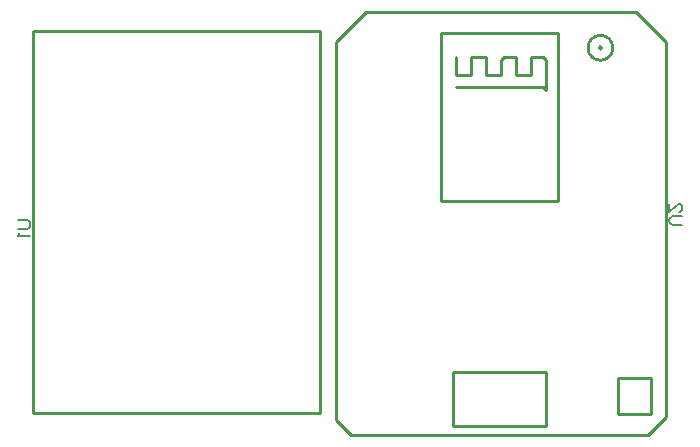
<source format=gbo>
G04 Layer: BottomSilkLayer*
G04 EasyEDA v6.1.52, Sun, 13 Oct 2019 16:49:43 GMT*
G04 017f6ad9517e406d9769b934d1664338,d60483f80e02402a9409f1f04c283df6,10*
G04 Gerber Generator version 0.2*
G04 Scale: 100 percent, Rotated: No, Reflected: No *
G04 Dimensions in millimeters *
G04 leading zeros omitted , absolute positions ,3 integer and 3 decimal *
%FSLAX33Y33*%
%MOMM*%
G90*
G71D02*

%ADD10C,0.254000*%
%ADD24C,0.152400*%

%LPD*%
G54D10*
G01X56388Y4699D02*
G01X56388Y36449D01*
G01X53848Y38989D01*
G01X30988Y38989D01*
G01X28448Y36449D01*
G01X28448Y4445D01*
G01X29718Y3175D01*
G01X54864Y3175D01*
G01X56388Y4699D01*
G01X46228Y3937D02*
G01X46228Y8509D01*
G01X38354Y8509D01*
G01X38354Y3937D01*
G01X46228Y3937D01*
G01X55118Y4953D02*
G01X55118Y8001D01*
G01X52324Y8001D01*
G01X52324Y4953D01*
G01X55118Y4953D01*
G01X38608Y32639D02*
G01X45974Y32639D01*
G01X46228Y32385D01*
G01X46228Y34925D01*
G01X45974Y35179D01*
G01X44958Y35179D01*
G01X44958Y33655D01*
G01X43688Y33655D01*
G01X43688Y35179D01*
G01X42672Y35179D01*
G01X42418Y34925D01*
G01X42418Y33655D01*
G01X41148Y33655D01*
G01X41148Y35179D01*
G01X39878Y35179D01*
G01X39878Y33655D01*
G01X38608Y33655D01*
G01X38608Y35179D01*
G01X47244Y22987D02*
G01X47244Y37211D01*
G01X37338Y37211D01*
G01X37338Y22987D01*
G01X47244Y22987D01*
G01X2794Y37338D02*
G01X2794Y5038D01*
G01X27093Y5038D01*
G01X27093Y37338D01*
G01X2794Y37338D01*
G54D24*
G01X57731Y20955D02*
G01X56954Y20955D01*
G01X56796Y21005D01*
G01X56692Y21109D01*
G01X56642Y21267D01*
G01X56642Y21371D01*
G01X56692Y21526D01*
G01X56796Y21630D01*
G01X56954Y21681D01*
G01X57731Y21681D01*
G01X57472Y22077D02*
G01X57525Y22077D01*
G01X57630Y22128D01*
G01X57680Y22181D01*
G01X57731Y22285D01*
G01X57731Y22491D01*
G01X57680Y22595D01*
G01X57630Y22649D01*
G01X57525Y22699D01*
G01X57421Y22699D01*
G01X57317Y22649D01*
G01X57160Y22545D01*
G01X56642Y22024D01*
G01X56642Y22753D01*
G01X1450Y21336D02*
G01X2227Y21336D01*
G01X2385Y21285D01*
G01X2489Y21181D01*
G01X2540Y21023D01*
G01X2540Y20919D01*
G01X2489Y20764D01*
G01X2385Y20660D01*
G01X2227Y20609D01*
G01X1450Y20609D01*
G01X1656Y20266D02*
G01X1605Y20162D01*
G01X1450Y20005D01*
G01X2540Y20005D01*
G54D10*
G75*
G01X51847Y35941D02*
G03X51847Y35941I-1047J0D01*
G01*
G75*
G01X50927Y35941D02*
G03X50927Y35941I-127J0D01*
G01*
M00*
M02*

</source>
